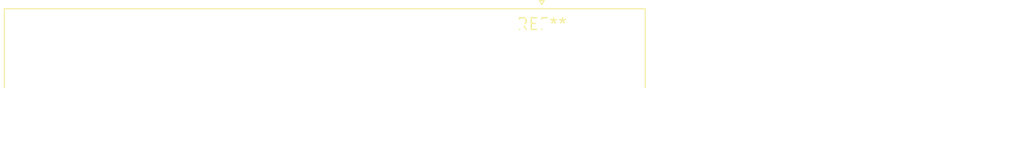
<source format=kicad_pcb>
(kicad_pcb (version 20240108) (generator pcbnew)
  (layers (0 "F.Cu" signal) (31 "B.Cu" signal) (34 "B.Paste" user) (35 "F.Paste" user) (36 "B.SilkS" user "B.Silkscreen") (37 "F.SilkS" user "F.Silkscreen") (38 "B.Mask" user) (39 "F.Mask" user) (44 "Edge.Cuts" user))
  (net 0 "")
  (footprint "DSUB-62-HD_Female_Horizontal_P2.41x1.98mm_EdgePinOffset3.03mm_Housed_MountingHolesOffset4.94mm" (layer "F.Cu") (at 0 0)
    (property "Reference" "REF**")
    (property "Value" "DSUB-62-HD_Female_Horizontal_P2.41x1.98mm_EdgePinOffset3.03mm_Housed_MountingHolesOffset4.94mm")
    (fp_line (start -58.305 -1.67) (end 11.215 -1.67) (layer "F.SilkS") (stroke (width 0.12)))
    (fp_line (start -58.305 6.93) (end -58.305 -1.67) (layer "F.SilkS") (stroke (width 0.12)))
    (fp_line (start -0.25 -2.564338) (end 0.25 -2.564338) (layer "F.SilkS") (stroke (width 0.12)))
    (fp_line (start 0 -2.131325) (end -0.25 -2.564338) (layer "F.SilkS") (stroke (width 0.12)))
    (fp_line (start 0.25 -2.564338) (end 0 -2.131325) (layer "F.SilkS") (stroke (width 0.12)))
    (fp_line (start 11.215 -1.67) (end 11.215 6.93) (layer "F.SilkS") (stroke (width 0.12)))
    (pad "0" thru_hole circle (at -55.295 2.05) (size 4 4) (drill 3.2) (layers *.Cu *.Mask) (remove_unused_layers))
    (pad "0" thru_hole circle (at 8.205 2.05) (size 4 4) (drill 3.2) (layers *.Cu *.Mask) (remove_unused_layers))
    (pad "1" thru_hole rect (at 0 0) (size 1.6 1.6) (drill 1) (layers *.Cu *.Mask) (remove_unused_layers))
    (pad "2" thru_hole circle (at -2.41 0) (size 1.6 1.6) (drill 1) (layers *.Cu *.Mask) (remove_unused_layers))
    (pad "3" thru_hole circle (at -4.82 0) (size 1.6 1.6) (drill 1) (layers *.Cu *.Mask) (remove_unused_layers))
    (pad "4" thru_hole circle (at -7.23 0) (size 1.6 1.6) (drill 1) (layers *.Cu *.Mask) (remove_unused_layers))
    (pad "5" thru_hole circle (at -9.64 0) (size 1.6 1.6) (drill 1) (layers *.Cu *.Mask) (remove_unused_layers))
    (pad "6" thru_hole circle (at -12.05 0) (size 1.6 1.6) (drill 1) (layers *.Cu *.Mask) (remove_unused_layers))
    (pad "7" thru_hole circle (at -14.46 0) (size 1.6 1.6) (drill 1) (layers *.Cu *.Mask) (remove_unused_layers))
    (pad "8" thru_hole circle (at -16.87 0) (size 1.6 1.6) (drill 1) (layers *.Cu *.Mask) (remove_unused_layers))
    (pad "9" thru_hole circle (at -19.28 0) (size 1.6 1.6) (drill 1) (layers *.Cu *.Mask) (remove_unused_layers))
    (pad "10" thru_hole circle (at -21.69 0) (size 1.6 1.6) (drill 1) (layers *.Cu *.Mask) (remove_unused_layers))
    (pad "11" thru_hole circle (at -24.1 0) (size 1.6 1.6) (drill 1) (layers *.Cu *.Mask) (remove_unused_layers))
    (pad "12" thru_hole circle (at -26.51 0) (size 1.6 1.6) (drill 1) (layers *.Cu *.Mask) (remove_unused_layers))
    (pad "13" thru_hole circle (at -28.92 0) (size 1.6 1.6) (drill 1) (layers *.Cu *.Mask) (remove_unused_layers))
    (pad "14" thru_hole circle (at -31.33 0) (size 1.6 1.6) (drill 1) (layers *.Cu *.Mask) (remove_unused_layers))
    (pad "15" thru_hole circle (at -33.74 0) (size 1.6 1.6) (drill 1) (layers *.Cu *.Mask) (remove_unused_layers))
    (pad "16" thru_hole circle (at -36.15 0) (size 1.6 1.6) (drill 1) (layers *.Cu *.Mask) (remove_unused_layers))
    (pad "17" thru_hole circle (at -38.56 0) (size 1.6 1.6) (drill 1) (layers *.Cu *.Mask) (remove_unused_layers))
    (pad "18" thru_hole circle (at -40.97 0) (size 1.6 1.6) (drill 1) (layers *.Cu *.Mask) (remove_unused_layers))
    (pad "19" thru_hole circle (at -43.38 0) (size 1.6 1.6) (drill 1) (layers *.Cu *.Mask) (remove_unused_layers))
    (pad "20" thru_hole circle (at -45.79 0) (size 1.6 1.6) (drill 1) (layers *.Cu *.Mask) (remove_unused_layers))
    (pad "21" thru_hole circle (at -48.2 0) (size 1.6 1.6) (drill 1) (layers *.Cu *.Mask) (remove_unused_layers))
    (pad "22" thru_hole circle (at 1.205 1.98) (size 1.6 1.6) (drill 1) (layers *.Cu *.Mask) (remove_unused_layers))
    (pad "23" thru_hole circle (at -1.205 1.98) (size 1.6 1.6) (drill 1) (layers *.Cu *.Mask) (remove_unused_layers))
    (pad "24" thru_hole circle (at -3.615 1.98) (size 1.6 1.6) (drill 1) (layers *.Cu *.Mask) (remove_unused_layers))
    (pad "25" thru_hole circle (at -6.025 1.98) (size 1.6 1.6) (drill 1) (layers *.Cu *.Mask) (remove_unused_layers))
    (pad "26" thru_hole circle (at -8.435 1.98) (size 1.6 1.6) (drill 1) (layers *.Cu *.Mask) (remove_unused_layers))
    (pad "27" thru_hole circle (at -10.845 1.98) (size 1.6 1.6) (drill 1) (layers *.Cu *.Mask) (remove_unused_layers))
    (pad "28" thru_hole circle (at -13.255 1.98) (size 1.6 1.6) (drill 1) (layers *.Cu *.Mask) (remove_unused_layers))
    (pad "29" thru_hole circle (at -15.665 1.98) (size 1.6 1.6) (drill 1) (layers *.Cu *.Mask) (remove_unused_layers))
    (pad "30" thru_hole circle (at -18.075 1.98) (size 1.6 1.6) (drill 1) (layers *.Cu *.Mask) (remove_unused_layers))
    (pad "31" thru_hole circle (at -20.485 1.98) (size 1.6 1.6) (drill 1) (layers *.Cu *.Mask) (remove_unused_layers))
    (pad "32" thru_hole circle (at -22.895 1.98) (size 1.6 1.6) (drill 1) (layers *.Cu *.Mask) (remove_unused_layers))
    (pad "33" thru_hole circle (at -25.305 1.98) (size 1.6 1.6) (drill 1) (layers *.Cu *.Mask) (remove_unused_layers))
    (pad "34" thru_hole circle (at -27.715 1.98) (size 1.6 1.6) (drill 1) (layers *.Cu *.Mask) (remove_unused_layers))
    (pad "35" thru_hole circle (at -30.125 1.98) (size 1.6 1.6) (drill 1) (layers *.Cu *.Mask) (remove_unused_layers))
    (pad "36" thru_hole circle (at -32.535 1.98) (size 1.6 1.6) (drill 1) (layers *.Cu *.Mask) (remove_unused_layers))
    (pad "37" thru_hole circle (at -34.945 1.98) (size 1.6 1.6) (drill 1) (layers *.Cu *.Mask) (remove_unused_layers))
    (pad "38" thru_hole circle (at -37.355 1.98) (size 1.6 1.6) (drill 1) (layers *.Cu *.Mask) (remove_unused_layers))
    (pad "39" thru_hole circle (at -39.765 1.98) (size 1.6 1.6) (drill 1) (layers *.Cu *.Mask) (remove_unused_layers))
    (pad "40" thru_hole circle (at -42.175 1.98) (size 1.6 1.6) (drill 1) (layers *.Cu *.Mask) (remove_unused_layers))
    (pad "41" thru_hole circle (at -44.585 1.98) (size 1.6 1.6) (drill 1) (layers *.Cu *.Mask) (remove_unused_layers))
    (pad "42" thru_hole circle (at -46.995 1.98) (size 1.6 1.6) (drill 1) (layers *.Cu *.Mask) (remove_unused_layers))
    (pad "43" thru_hole circle (at 0 3.96) (size 1.6 1.6) (drill 1) (layers *.Cu *.Mask) (remove_unused_layers))
    (pad "44" thru_hole circle (at -2.41 3.96) (size 1.6 1.6) (drill 1) (layers *.Cu *.Mask) (remove_unused_layers))
    (pad "45" thru_hole circle (at -4.82 3.96) (size 1.6 1.6) (drill 1) (layers *.Cu *.Mask) (remove_unused_layers))
    (pad "46" thru_hole circle (at -7.23 3.96) (size 1.6 1.6) (drill 1) (layers *.Cu *.Mask) (remove_unused_layers))
    (pad "47" thru_hole circle (at -9.64 3.96) (size 1.6 1.6) (drill 1) (layers *.Cu *.Mask) (remove_unused_layers))
    (pad "48" thru_hole circle (at -12.05 3.96) (size 1.6 1.6) (drill 1) (layers *.Cu *.Mask) (remove_unused_layers))
    (pad "49" thru_hole circle (at -14.46 3.96) (size 1.6 1.6) (drill 1) (layers *.Cu *.Mask) (remove_unused_layers))
    (pad "50" thru_hole circle (at -16.87 3.96) (size 1.6 1.6) (drill 1) (layers *.Cu *.Mask) (remove_unused_layers))
    (pad "51" thru_hole circle (at -19.28 3.96) (size 1.6 1.6) (drill 1) (layers *.Cu *.Mask) (remove_unused_layers))
    (pad "52" thru_hole circle (at -21.69 3.96) (size 1.6 1.6) (drill 1) (layers *.Cu *.Mask) (remove_unused_layers))
    (pad "53" thru_hole circle (at -24.1 3.96) (size 1.6 1.6) (drill 1) (layers *.Cu *.Mask) (remove_unused_layers))
    (pad "54" thru_hole circle (at -26.51 3.96) (size 1.6 1.6) (drill 1) (layers *.Cu *.Mask) (remove_unused_layers))
    (pad "55" thru_hole circle (at -28.92 3.96) (size 1.6 1.6) (drill 1) (layers *.Cu *.Mask) (remove_unused_layers))
    (pad "56" thru_hole circle (at -31.33 3.96) (size 1.6 1.6) (drill 1) (layers *.Cu *.Mask) (remove_unused_layers))
    (pad "57" thru_hole circle (at -33.74 3.96) (size 1.6 1.6) (drill 1) (layers *.Cu *.Mask) (remove_unused_layers))
    (pad "58" thru_hole circle (at -36.15 3.96) (size 1.6 1.6) (drill 1) (layers *.Cu *.Mask) (remove_unused_layers))
    (pad "59" thru_hole circle (at -38.56 3.96) (size 1.6 1.6) (drill 1) (layers *.Cu *.Mask) (remove_unused_layers))
    (pad "60" thru_hole circle (at -40.97 3.96) (size 1.6 1.6) (drill 1) (layers *.Cu *.Mask) (remove_unused_layers))
    (pad "61" thru_hole circle (at -43.38 3.96) (size 1.6 1.6) (drill 1) (layers *.Cu *.Mask) (remove_unused_layers))
    (pad "62" thru_hole circle (at -45.79 3.96) (size 1.6 1.6) (drill 1) (layers *.Cu *.Mask) (remove_unused_layers))
  )
)
</source>
